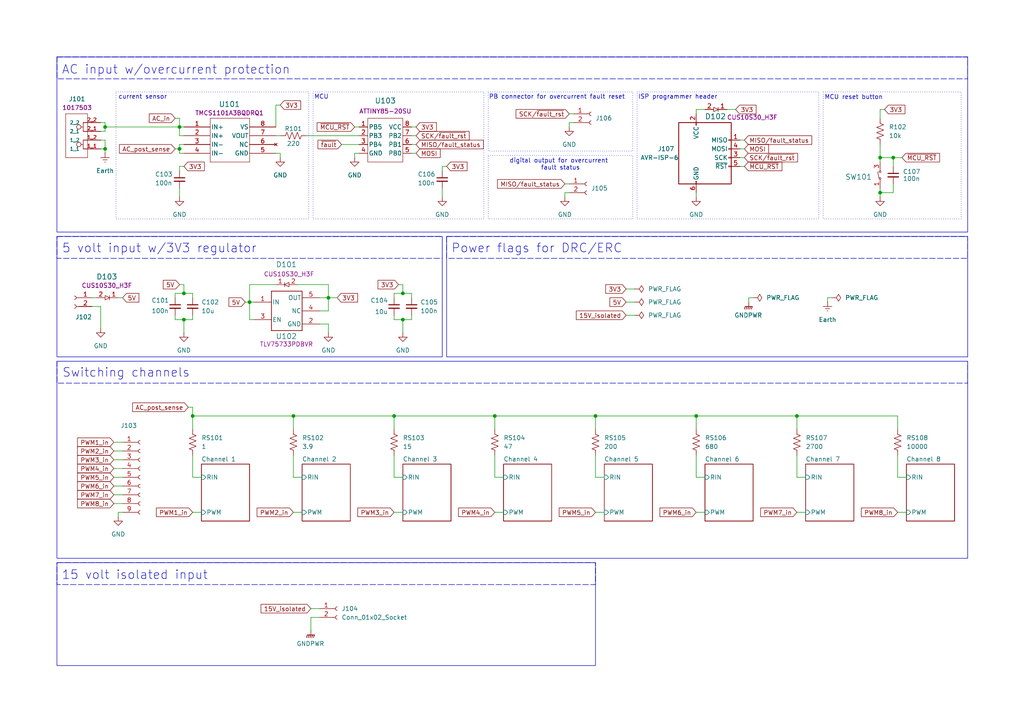
<source format=kicad_sch>
(kicad_sch (version 20231120) (generator "eeschema") (generator_version "8.0")
  (paper "A4")
  (title_block (title "Bidirectional Load Switch") (date "2024-10-29") (rev "0.2.0") (company "University of Wisconsin-Platteville") (comment 1 "Nicholas Loehrke"))
  (lib_symbols
    (symbol "Connector:Conn_01x02_Socket" (pin_names (offset 1.016) hide)
      (property "Reference" "J" (at 0 2.54 0))
      (property "Value" "Conn_01x02_Socket" (at 0 -5.08 0))
      (symbol "Conn_01x02_Socket_1_1"
        (arc (start 0 -2.032) (mid -0.5058 -2.54) (end 0 -3.048) (stroke (width 0.1524)))
        (polyline (pts (xy -1.27 -2.54) (xy -0.508 -2.54)) (stroke (width 0.1524)))
        (polyline (pts (xy -1.27 0) (xy -0.508 0)) (stroke (width 0.1524)))
        (arc (start 0 0.508) (mid -0.5058 0) (end 0 -0.508) (stroke (width 0.1524)))
        (pin passive line (at -5.08 0 0) (length 3.81) (name "Pin_1") (number "1"))
        (pin passive line (at -5.08 -2.54 0) (length 3.81) (name "Pin_2") (number "2"))
      )
    )
    (symbol "Connector:Conn_01x09_Socket" (pin_names (offset 1.016) hide)
      (property "Reference" "J" (at 0 12.7 0))
      (property "Value" "Conn_01x09_Socket" (at 0 -12.7 0))
      (symbol "Conn_01x09_Socket_1_1"
        (arc (start 0 -9.652) (mid -0.5058 -10.16) (end 0 -10.668) (stroke (width 0.1524)))
        (arc (start 0 -7.112) (mid -0.5058 -7.62) (end 0 -8.128) (stroke (width 0.1524)))
        (arc (start 0 -4.572) (mid -0.5058 -5.08) (end 0 -5.588) (stroke (width 0.1524)))
        (arc (start 0 -2.032) (mid -0.5058 -2.54) (end 0 -3.048) (stroke (width 0.1524)))
        (polyline (pts (xy -1.27 -10.16) (xy -0.508 -10.16)) (stroke (width 0.1524)))
        (polyline (pts (xy -1.27 -7.62) (xy -0.508 -7.62)) (stroke (width 0.1524)))
        (polyline (pts (xy -1.27 -5.08) (xy -0.508 -5.08)) (stroke (width 0.1524)))
        (polyline (pts (xy -1.27 -2.54) (xy -0.508 -2.54)) (stroke (width 0.1524)))
        (polyline (pts (xy -1.27 0) (xy -0.508 0)) (stroke (width 0.1524)))
        (polyline (pts (xy -1.27 2.54) (xy -0.508 2.54)) (stroke (width 0.1524)))
        (polyline (pts (xy -1.27 5.08) (xy -0.508 5.08)) (stroke (width 0.1524)))
        (polyline (pts (xy -1.27 7.62) (xy -0.508 7.62)) (stroke (width 0.1524)))
        (polyline (pts (xy -1.27 10.16) (xy -0.508 10.16)) (stroke (width 0.1524)))
        (arc (start 0 0.508) (mid -0.5058 0) (end 0 -0.508) (stroke (width 0.1524)))
        (arc (start 0 3.048) (mid -0.5058 2.54) (end 0 2.032) (stroke (width 0.1524)))
        (arc (start 0 5.588) (mid -0.5058 5.08) (end 0 4.572) (stroke (width 0.1524)))
        (arc (start 0 8.128) (mid -0.5058 7.62) (end 0 7.112) (stroke (width 0.1524)))
        (arc (start 0 10.668) (mid -0.5058 10.16) (end 0 9.652) (stroke (width 0.1524)))
        (pin passive line (at -5.08 10.16 0) (length 3.81) (name "Pin_1") (number "1"))
        (pin passive line (at -5.08 7.62 0) (length 3.81) (name "Pin_2") (number "2"))
        (pin passive line (at -5.08 5.08 0) (length 3.81) (name "Pin_3") (number "3"))
        (pin passive line (at -5.08 2.54 0) (length 3.81) (name "Pin_4") (number "4"))
        (pin passive line (at -5.08 0 0) (length 3.81) (name "Pin_5") (number "5"))
        (pin passive line (at -5.08 -2.54 0) (length 3.81) (name "Pin_6") (number "6"))
        (pin passive line (at -5.08 -5.08 0) (length 3.81) (name "Pin_7") (number "7"))
        (pin passive line (at -5.08 -7.62 0) (length 3.81) (name "Pin_8") (number "8"))
        (pin passive line (at -5.08 -10.16 0) (length 3.81) (name "Pin_9") (number "9"))
      )
    )
    (symbol "Device:C_Small" (pin_numbers hide) (pin_names (offset 0.254) hide)
      (property "Reference" "C" (at 0.254 1.778 0))
      (property "Value" "C_Small" (at 0.254 -2.032 0))
      (symbol "C_Small_0_1"
        (polyline (pts (xy -1.524 -0.508) (xy 1.524 -0.508)) (stroke (width 0.3302)))
        (polyline (pts (xy -1.524 0.508) (xy 1.524 0.508)) (stroke (width 0.3048)))
      )
      (symbol "C_Small_1_1"
        (pin passive line (at 0 2.54 270) (length 2.032) (name "~") (number "1"))
        (pin passive line (at 0 -2.54 90) (length 2.032) (name "~") (number "2"))
      )
    )
    (symbol "Device:R_US" (pin_numbers hide) (pin_names (offset 0))
      (property "Reference" "R" (at 2.54 0 90))
      (property "Value" "R_US" (at -2.54 0 90))
      (symbol "R_US_0_1"
        (polyline (pts (xy 0 -2.286) (xy 0 -2.54)))
        (polyline (pts (xy 0 2.286) (xy 0 2.54)))
        (polyline (pts (xy 0 -0.762) (xy 1.016 -1.143) (xy 0 -1.524) (xy -1.016 -1.905) (xy 0 -2.286)))
        (polyline (pts (xy 0 0.762) (xy 1.016 0.381) (xy 0 0) (xy -1.016 -0.381) (xy 0 -0.762)))
        (polyline (pts (xy 0 2.286) (xy 1.016 1.905) (xy 0 1.524) (xy -1.016 1.143) (xy 0 0.762)))
      )
      (symbol "R_US_1_1"
        (pin passive line (at 0 3.81 270) (length 1.27) (name "~") (number "1"))
        (pin passive line (at 0 -3.81 90) (length 1.27) (name "~") (number "2"))
      )
    )
    (symbol "current_sensor_TMCS1101A3BQDR:TMCS1101A3BQDR" (pin_names (offset 0.254))
      (property "Reference" "U" (at 13.208 7.112 0))
      (property "Value" "TMCS1101A3BQDR" (at 13.716 4.572 0))
      (symbol "TMCS1101A3BQDR_0_1"
        (polyline (pts (xy 7.62 -10.16) (xy 19.05 -10.16)) (stroke (width 0.127)))
        (polyline (pts (xy 7.62 2.54) (xy 7.62 -10.16)) (stroke (width 0.127)))
        (polyline (pts (xy 19.05 -10.16) (xy 19.05 2.54)) (stroke (width 0.127)))
        (polyline (pts (xy 19.05 2.54) (xy 7.62 2.54)) (stroke (width 0.127)))
        (pin input line (at 0 0 0) (length 7.62) (name "IN+") (number "1"))
        (pin input line (at 0 -2.54 0) (length 7.62) (name "IN+") (number "2"))
        (pin input line (at 0 -5.08 0) (length 7.62) (name "IN-") (number "3"))
        (pin input line (at 0 -7.62 0) (length 7.62) (name "IN-") (number "4"))
        (pin power_out line (at 26.67 -7.62 180) (length 7.62) (name "GND") (number "5"))
        (pin no_connect line (at 26.67 -5.08 180) (length 7.62) (name "NC") (number "6"))
        (pin output line (at 26.67 -2.54 180) (length 7.62) (name "VOUT") (number "7"))
        (pin power_in line (at 26.67 0 180) (length 7.62) (name "VS") (number "8"))
      )
    )
    (symbol "diode_CUS10S30_H3F:CUS10S30_H3F" (pin_names (offset 0.254))
      (property "Reference" "D" (at 5.08 5.588 0))
      (property "Value" "CUS10S30_H3F" (at 5.334 3.302 0))
      (symbol "CUS10S30_H3F_1_1"
        (polyline (pts (xy 3.81 0.635) (xy 3.81 -0.635)))
        (polyline (pts (xy 3.81 0) (xy 2.54 0.635) (xy 2.54 -0.635) (xy 3.81 0)))
        (pin unspecified line (at 6.35 0 180) (length 2.54) (name "") (number "1"))
        (pin unspecified line (at 0 0 0) (length 2.54) (name "") (number "2"))
      )
      (symbol "CUS10S30_H3F_1_2"
        (polyline (pts (xy -0.635 3.81) (xy 3.175 3.81)) (stroke (width 0.2032)))
        (polyline (pts (xy 1.27 2.54) (xy 1.27 3.4798)) (stroke (width 0.2032)))
        (polyline (pts (xy 1.27 3.175) (xy 1.27 3.81)) (stroke (width 0.2032)))
        (polyline (pts (xy 1.27 6.35) (xy -0.635 3.81)) (stroke (width 0.2032)))
        (polyline (pts (xy 1.27 6.35) (xy 1.27 7.62)) (stroke (width 0.2032)))
        (polyline (pts (xy 3.175 3.81) (xy 1.27 6.35)) (stroke (width 0.2032)))
        (polyline (pts (xy 3.175 6.35) (xy -0.635 6.35)) (stroke (width 0.2032)))
        (pin unspecified line (at 1.27 10.16 270) (length 2.54) (name "") (number "1"))
        (pin unspecified line (at 1.27 0 90) (length 2.54) (name "") (number "2"))
      )
    )
    (symbol "isp:AVR-ISP-6" (pin_names (offset 1.016))
      (property "Reference" "J" (at -6.35 11.43 0))
      (property "Value" "AVR-ISP-6" (at 0 11.43 0))
      (symbol "AVR-ISP-6_0_1"
        (rectangle (start -7.62 10.16) (end 7.62 -7.62) (stroke (width 0.254)))
        (rectangle (start -2.667 -6.858) (end -2.413 -7.62))
        (rectangle (start -2.667 10.16) (end -2.413 9.398))
        (rectangle (start 7.62 -2.413) (end 6.858 -2.667))
        (rectangle (start 7.62 0.127) (end 6.858 -0.127))
        (rectangle (start 7.62 2.667) (end 6.858 2.413))
        (rectangle (start 7.62 5.207) (end 6.858 4.953))
      )
      (symbol "AVR-ISP-6_1_1"
        (pin passive line (at 10.16 5.08 180) (length 2.54) (name "MISO") (number "1"))
        (pin passive line (at -2.54 12.7 270) (length 2.54) (name "VCC") (number "2"))
        (pin passive line (at 10.16 0 180) (length 2.54) (name "SCK") (number "3"))
        (pin passive line (at 10.16 2.54 180) (length 2.54) (name "MOSI") (number "4"))
        (pin passive line (at 10.16 -2.54 180) (length 2.54) (name "~{RST}") (number "5"))
        (pin passive line (at -2.54 -10.16 90) (length 2.54) (name "GND") (number "6"))
      )
    )
    (symbol "ldo_TLV75733PDBVR:TLV75733PDBVR" (pin_names (offset 0.254))
      (property "Reference" "U" (at 17.526 15.875 0))
      (property "Value" "TLV75733PDBVR" (at 1.27 13.589 0))
      (symbol "TLV75733PDBVR_0_1"
        (polyline (pts (xy 5.08 -3.175) (xy 13.97 -3.175)) (stroke (width 0.2032)))
        (polyline (pts (xy 5.08 8.255) (xy 5.08 -3.175)) (stroke (width 0.2032)))
        (polyline (pts (xy 13.97 -3.175) (xy 13.97 8.255)) (stroke (width 0.2032)))
        (polyline (pts (xy 13.97 8.255) (xy 5.08 8.255)) (stroke (width 0.2032)))
        (pin power_in line (at 0 5.08 0) (length 5.08) (name "IN") (number "1"))
        (pin power_in line (at 19.05 -1.27 180) (length 5.08) (name "GND") (number "2"))
        (pin input line (at 0 0 0) (length 5.08) (name "EN") (number "3"))
        (pin unspecified line (at 19.05 2.54 180) (length 5.08) (name "NC") (number "4"))
        (pin power_in line (at 19.05 6.35 180) (length 5.08) (name "OUT") (number "5"))
      )
    )
    (symbol "mcu_ATTINY85-20SU:ATTINY85-20SU" (pin_names (offset 0.254))
      (property "Reference" "U" (at 12.7 6.35 0))
      (property "Value" "ATTINY85-20SU" (at 12.7 3.81 0))
      (symbol "ATTINY85-20SU_0_1"
        (polyline (pts (xy 7.62 -10.16) (xy 17.78 -10.16)) (stroke (width 0.127)))
        (polyline (pts (xy 7.62 2.54) (xy 7.62 -10.16)) (stroke (width 0.127)))
        (polyline (pts (xy 17.78 -10.16) (xy 17.78 2.54)) (stroke (width 0.127)))
        (polyline (pts (xy 17.78 2.54) (xy 7.62 2.54)) (stroke (width 0.127)))
        (pin power_in line (at 5.08 -7.62 0) (length 2.54) (name "GND") (number "4"))
        (pin power_in line (at 20.32 0 180) (length 2.54) (name "VCC") (number "8"))
      )
      (symbol "ATTINY85-20SU_1_1"
        (pin bidirectional line (at 5.08 0 0) (length 2.54) (name "PB5") (number "1"))
        (pin bidirectional line (at 5.08 -2.54 0) (length 2.54) (name "PB3") (number "2"))
        (pin bidirectional line (at 5.08 -5.08 0) (length 2.54) (name "PB4") (number "3"))
        (pin bidirectional line (at 20.32 -7.62 180) (length 2.54) (name "PB0") (number "5"))
        (pin bidirectional line (at 20.32 -5.08 180) (length 2.54) (name "PB1") (number "6"))
        (pin bidirectional line (at 20.32 -2.54 180) (length 2.54) (name "PB2") (number "7"))
      )
    )
    (symbol "power:Earth" (power) (pin_numbers hide) (pin_names (offset 0) hide)
      (property "Value" "Earth" (at 0 -3.81 0))
      (symbol "Earth_0_1"
        (polyline (pts (xy -0.635 -1.905) (xy 0.635 -1.905)))
        (polyline (pts (xy -0.127 -2.54) (xy 0.127 -2.54)))
        (polyline (pts (xy 0 -1.27) (xy 0 0)))
        (polyline (pts (xy 1.27 -1.27) (xy -1.27 -1.27)))
      )
      (symbol "Earth_1_1"
        (pin power_in line (at 0 0 270) (length 0) (name "~") (number "1"))
      )
    )
    (symbol "power:GND" (power) (pin_numbers hide) (pin_names (offset 0) hide)
      (property "Value" "GND" (at 0 -3.81 0))
      (symbol "GND_0_1"
        (polyline (pts (xy 0 0) (xy 0 -1.27) (xy 1.27 -1.27) (xy 0 -2.54) (xy -1.27 -1.27) (xy 0 -1.27)))
      )
      (symbol "GND_1_1"
        (pin power_in line (at 0 0 270) (length 0) (name "~") (number "1"))
      )
    )
    (symbol "power:GNDPWR" (power) (pin_numbers hide) (pin_names (offset 0) hide)
      (property "Value" "GNDPWR" (at 0 -3.302 0))
      (symbol "GNDPWR_0_1"
        (polyline (pts (xy 0 -1.27) (xy 0 0)))
        (polyline (pts (xy -1.016 -1.27) (xy -1.27 -2.032) (xy -1.27 -2.032)) (stroke (width 0.2032)))
        (polyline (pts (xy -0.508 -1.27) (xy -0.762 -2.032) (xy -0.762 -2.032)) (stroke (width 0.2032)))
        (polyline (pts (xy 0 -1.27) (xy -0.254 -2.032) (xy -0.254 -2.032)) (stroke (width 0.2032)))
        (polyline (pts (xy 0.508 -1.27) (xy 0.254 -2.032) (xy 0.254 -2.032)) (stroke (width 0.2032)))
        (polyline (pts (xy 1.016 -1.27) (xy -1.016 -1.27) (xy -1.016 -1.27)) (stroke (width 0.2032)))
        (polyline (pts (xy 1.016 -1.27) (xy 0.762 -2.032) (xy 0.762 -2.032) (xy 0.762 -2.032)) (stroke (width 0.2032)))
      )
      (symbol "GNDPWR_1_1"
        (pin power_in line (at 0 0 270) (length 0) (name "~") (number "1"))
      )
    )
    (symbol "power:PWR_FLAG" (power) (pin_numbers hide) (pin_names (offset 0) hide)
      (property "Value" "PWR_FLAG" (at 0 3.81 0))
      (symbol "PWR_FLAG_0_0"
        (pin power_out line (at 0 0 90) (length 0) (name "~") (number "1"))
      )
      (symbol "PWR_FLAG_0_1"
        (polyline (pts (xy 0 0) (xy 0 1.27) (xy -1.016 1.905) (xy 0 2.54) (xy 1.016 1.905) (xy 0 1.27)))
      )
    )
    (symbol "spring_terminal_1017503:1017503" (pin_names (offset 1.016))
      (property "Reference" "J" (at -2.54 6.35 0))
      (property "Value" "1017503" (at -2.54 -10.16 0))
      (symbol "1017503_0_0"
        (circle (center -1.27 -3.81) (radius 0.635) (stroke (width 0.1524)))
        (circle (center -1.27 1.27) (radius 0.635) (stroke (width 0.1524)))
        (polyline (pts (xy -2.54 -3.81) (xy -1.905 -3.81)) (stroke (width 0.1524)))
        (polyline (pts (xy -2.54 -2.54) (xy -2.54 -5.08)) (stroke (width 0.1524)))
        (polyline (pts (xy -2.54 1.27) (xy -1.905 1.27)) (stroke (width 0.1524)))
        (polyline (pts (xy -2.54 2.54) (xy -2.54 0)) (stroke (width 0.1524)))
        (pin passive line (at -7.62 2.54 0) (length 5.08) (name "1_1") (number "1_1"))
        (pin passive line (at -7.62 0 0) (length 5.08) (name "1_2") (number "1_2"))
        (pin passive line (at -7.62 -2.54 0) (length 5.08) (name "2_1") (number "2_1"))
        (pin passive line (at -7.62 -5.08 0) (length 5.08) (name "2_2") (number "2_2"))
      )
      (symbol "1017503_0_1"
        (polyline (pts (xy -3.81 -7.62) (xy 2.54 -7.62)) (stroke (width 0.127)))
        (polyline (pts (xy -3.81 5.08) (xy -3.81 -7.62)) (stroke (width 0.127)))
        (polyline (pts (xy 2.54 -7.62) (xy 2.54 5.08)) (stroke (width 0.127)))
        (polyline (pts (xy 2.54 5.08) (xy -3.81 5.08)) (stroke (width 0.127)))
      )
    )
    (symbol "switch_PTS526_SK15_SMTR2_LFS:PTS526_SK15_SMTR2_LFS" (pin_names (offset 0.254))
      (property "Reference" "SW" (at 3.556 3.048 0))
      (symbol "PTS526_SK15_SMTR2_LFS_0_1"
        (polyline (pts (xy 2.8564 0.3033) (xy 4.7831 0.6988)))
        (circle (center 2.8557 0.0192) (radius 0.2602))
        (circle (center 4.8086 0.0098) (radius 0.2602))
      )
      (symbol "PTS526_SK15_SMTR2_LFS_1_1"
        (pin unspecified line (at 0 0 0) (length 2.54) (name "") (number "1"))
        (pin unspecified line (at 0 0 0) (length 2.54) hide (name "") (number "2"))
        (pin unspecified line (at 7.62 0 180) (length 2.54) (name "") (number "3"))
        (pin unspecified line (at 7.62 0 180) (length 2.54) hide (name "") (number "4"))
      )
    )
  )
  (junction (at 55.88 120.65))
  (junction (at 255.27 45.72))
  (junction (at 30.48 36.83))
  (junction (at 53.34 92.71))
  (junction (at 259.08 45.72))
  (junction (at 53.34 85.09))
  (junction (at 95.25 86.36))
  (junction (at 172.72 120.65))
  (junction (at 30.48 43.18))
  (junction (at 143.51 120.65))
  (junction (at 116.84 85.09))
  (junction (at 116.84 92.71))
  (junction (at 52.07 36.83))
  (junction (at 52.07 43.18))
  (junction (at 255.27 55.88))
  (junction (at 231.14 120.65))
  (junction (at 85.09 120.65))
  (junction (at 201.93 120.65))
  (junction (at 114.3 120.65))
  (junction (at 72.39 87.63))
  (wire (pts (xy 102.87 44.45) (xy 102.87 45.72)))
  (wire (pts (xy 259.08 48.26) (xy 259.08 45.72)))
  (wire (pts (xy 53.34 48.26) (xy 52.07 48.26)))
  (wire (pts (xy 255.27 55.88) (xy 255.27 54.61)))
  (wire (pts (xy 50.8 85.09) (xy 53.34 85.09)))
  (wire (pts (xy 30.48 36.83) (xy 52.07 36.83)))
  (wire (pts (xy 146.05 148.59) (xy 143.51 148.59)))
  (wire (pts (xy 181.61 91.44) (xy 184.15 91.44)))
  (wire (pts (xy 34.29 148.59) (xy 34.29 149.86)))
  (wire (pts (xy 116.84 85.09) (xy 119.38 85.09)))
  (wire (pts (xy 114.3 138.43) (xy 114.3 132.08)))
  (wire (pts (xy 35.56 86.36) (xy 34.29 86.36)))
  (wire (pts (xy 52.07 34.29) (xy 52.07 36.83)))
  (wire (pts (xy 116.84 148.59) (xy 114.3 148.59)))
  (wire (pts (xy 29.21 38.1) (xy 30.48 38.1)))
  (wire (pts (xy 116.84 92.71) (xy 116.84 96.52)))
  (wire (pts (xy 33.02 138.43) (xy 35.56 138.43)))
  (wire (pts (xy 204.47 148.59) (xy 201.93 148.59)))
  (wire (pts (xy 255.27 45.72) (xy 255.27 46.99)))
  (wire (pts (xy 231.14 138.43) (xy 231.14 132.08)))
  (wire (pts (xy 55.88 92.71) (xy 55.88 91.44)))
  (wire (pts (xy 119.38 92.71) (xy 116.84 92.71)))
  (wire (pts (xy 80.01 30.48) (xy 80.01 36.83)))
  (wire (pts (xy 81.28 44.45) (xy 81.28 45.72)))
  (wire (pts (xy 52.07 44.45) (xy 53.34 44.45)))
  (wire (pts (xy 72.39 87.63) (xy 72.39 92.71)))
  (wire (pts (xy 260.35 120.65) (xy 260.35 124.46)))
  (wire (pts (xy 165.1 35.56) (xy 165.1 36.83)))
  (wire (pts (xy 50.8 92.71) (xy 50.8 91.44)))
  (wire (pts (xy 53.34 41.91) (xy 52.07 41.91)))
  (wire (pts (xy 95.25 82.55) (xy 95.25 86.36)))
  (wire (pts (xy 210.82 31.75) (xy 213.36 31.75)))
  (wire (pts (xy 119.38 85.09) (xy 119.38 86.36)))
  (wire (pts (xy 55.88 85.09) (xy 55.88 86.36)))
  (wire (pts (xy 71.12 87.63) (xy 72.39 87.63)))
  (wire (pts (xy 256.54 31.75) (xy 255.27 31.75)))
  (wire (pts (xy 166.37 35.56) (xy 165.1 35.56)))
  (wire (pts (xy 29.21 40.64) (xy 30.48 40.64)))
  (wire (pts (xy 95.25 93.98) (xy 92.71 93.98)))
  (wire (pts (xy 99.06 41.91) (xy 104.14 41.91)))
  (wire (pts (xy 143.51 138.43) (xy 143.51 132.08)))
  (wire (pts (xy 92.71 179.07) (xy 90.17 179.07)))
  (wire (pts (xy 90.17 179.07) (xy 90.17 182.88)))
  (wire (pts (xy 165.1 33.02) (xy 166.37 33.02)))
  (wire (pts (xy 102.87 36.83) (xy 104.14 36.83)))
  (wire (pts (xy 114.3 120.65) (xy 114.3 124.46)))
  (wire (pts (xy 29.21 43.18) (xy 30.48 43.18)))
  (wire (pts (xy 50.8 92.71) (xy 53.34 92.71)))
  (wire (pts (xy 201.93 31.75) (xy 201.93 33.02)))
  (wire (pts (xy 85.09 148.59) (xy 87.63 148.59)))
  (wire (pts (xy 80.01 82.55) (xy 72.39 82.55)))
  (wire (pts (xy 201.93 120.65) (xy 201.93 124.46)))
  (wire (pts (xy 240.03 86.36) (xy 240.03 87.63)))
  (wire (pts (xy 30.48 40.64) (xy 30.48 43.18)))
  (wire (pts (xy 114.3 86.36) (xy 114.3 85.09)))
  (wire (pts (xy 92.71 86.36) (xy 95.25 86.36)))
  (wire (pts (xy 95.25 86.36) (xy 97.79 86.36)))
  (wire (pts (xy 201.93 31.75) (xy 204.47 31.75)))
  (wire (pts (xy 241.3 86.36) (xy 240.03 86.36)))
  (wire (pts (xy 204.47 138.43) (xy 201.93 138.43)))
  (wire (pts (xy 218.44 86.36) (xy 217.17 86.36)))
  (wire (pts (xy 128.27 48.26) (xy 128.27 49.53)))
  (wire (pts (xy 114.3 92.71) (xy 114.3 91.44)))
  (wire (pts (xy 30.48 43.18) (xy 30.48 44.45)))
  (wire (pts (xy 29.21 35.56) (xy 30.48 35.56)))
  (wire (pts (xy 95.25 90.17) (xy 95.25 86.36)))
  (wire (pts (xy 29.21 88.9) (xy 26.67 88.9)))
  (wire (pts (xy 52.07 82.55) (xy 53.34 82.55)))
  (wire (pts (xy 119.38 41.91) (xy 120.65 41.91)))
  (wire (pts (xy 104.14 44.45) (xy 102.87 44.45)))
  (wire (pts (xy 86.36 82.55) (xy 95.25 82.55)))
  (wire (pts (xy 172.72 138.43) (xy 172.72 132.08)))
  (wire (pts (xy 214.63 40.64) (xy 215.9 40.64)))
  (wire (pts (xy 255.27 55.88) (xy 255.27 57.15)))
  (wire (pts (xy 52.07 39.37) (xy 53.34 39.37)))
  (wire (pts (xy 119.38 44.45) (xy 120.65 44.45)))
  (wire (pts (xy 119.38 91.44) (xy 119.38 92.71)))
  (wire (pts (xy 165.1 55.88) (xy 163.83 55.88)))
  (wire (pts (xy 163.83 53.34) (xy 165.1 53.34)))
  (wire (pts (xy 262.89 148.59) (xy 260.35 148.59)))
  (wire (pts (xy 53.34 92.71) (xy 53.34 96.52)))
  (wire (pts (xy 80.01 44.45) (xy 81.28 44.45)))
  (wire (pts (xy 119.38 36.83) (xy 120.65 36.83)))
  (wire (pts (xy 231.14 120.65) (xy 260.35 120.65)))
  (wire (pts (xy 50.8 86.36) (xy 50.8 85.09)))
  (wire (pts (xy 95.25 96.52) (xy 95.25 93.98)))
  (wire (pts (xy 175.26 138.43) (xy 172.72 138.43)))
  (wire (pts (xy 172.72 120.65) (xy 201.93 120.65)))
  (wire (pts (xy 35.56 148.59) (xy 34.29 148.59)))
  (wire (pts (xy 52.07 48.26) (xy 52.07 49.53)))
  (wire (pts (xy 128.27 54.61) (xy 128.27 57.15)))
  (wire (pts (xy 116.84 82.55) (xy 116.84 85.09)))
  (wire (pts (xy 217.17 86.36) (xy 217.17 87.63)))
  (wire (pts (xy 255.27 41.91) (xy 255.27 45.72)))
  (wire (pts (xy 260.35 138.43) (xy 260.35 132.08)))
  (wire (pts (xy 146.05 138.43) (xy 143.51 138.43)))
  (wire (pts (xy 33.02 130.81) (xy 35.56 130.81)))
  (wire (pts (xy 55.88 120.65) (xy 85.09 120.65)))
  (wire (pts (xy 201.93 120.65) (xy 231.14 120.65)))
  (wire (pts (xy 116.84 92.71) (xy 114.3 92.71)))
  (wire (pts (xy 72.39 82.55) (xy 72.39 87.63)))
  (wire (pts (xy 114.3 120.65) (xy 143.51 120.65)))
  (wire (pts (xy 52.07 54.61) (xy 52.07 57.15)))
  (wire (pts (xy 54.61 118.11) (xy 55.88 118.11)))
  (wire (pts (xy 87.63 138.43) (xy 85.09 138.43)))
  (wire (pts (xy 259.08 53.34) (xy 259.08 55.88)))
  (wire (pts (xy 88.9 39.37) (xy 104.14 39.37)))
  (wire (pts (xy 201.93 138.43) (xy 201.93 132.08)))
  (wire (pts (xy 214.63 48.26) (xy 215.9 48.26)))
  (wire (pts (xy 55.88 120.65) (xy 55.88 124.46)))
  (wire (pts (xy 80.01 39.37) (xy 81.28 39.37)))
  (wire (pts (xy 50.8 34.29) (xy 52.07 34.29)))
  (wire (pts (xy 33.02 133.35) (xy 35.56 133.35)))
  (wire (pts (xy 115.57 82.55) (xy 116.84 82.55)))
  (wire (pts (xy 233.68 138.43) (xy 231.14 138.43)))
  (wire (pts (xy 55.88 138.43) (xy 55.88 132.08)))
  (wire (pts (xy 172.72 120.65) (xy 172.72 124.46)))
  (wire (pts (xy 73.66 92.71) (xy 72.39 92.71)))
  (wire (pts (xy 53.34 92.71) (xy 55.88 92.71)))
  (wire (pts (xy 163.83 55.88) (xy 163.83 57.15)))
  (wire (pts (xy 50.8 43.18) (xy 52.07 43.18)))
  (wire (pts (xy 58.42 138.43) (xy 55.88 138.43)))
  (wire (pts (xy 53.34 82.55) (xy 53.34 85.09)))
  (wire (pts (xy 114.3 85.09) (xy 116.84 85.09)))
  (wire (pts (xy 255.27 45.72) (xy 259.08 45.72)))
  (wire (pts (xy 85.09 120.65) (xy 114.3 120.65)))
  (wire (pts (xy 255.27 55.88) (xy 259.08 55.88)))
  (wire (pts (xy 27.94 86.36) (xy 26.67 86.36)))
  (wire (pts (xy 231.14 120.65) (xy 231.14 124.46)))
  (wire (pts (xy 52.07 36.83) (xy 52.07 39.37)))
  (wire (pts (xy 201.93 55.88) (xy 201.93 57.15)))
  (wire (pts (xy 33.02 128.27) (xy 35.56 128.27)))
  (wire (pts (xy 29.21 95.25) (xy 29.21 88.9)))
  (wire (pts (xy 181.61 83.82) (xy 184.15 83.82)))
  (wire (pts (xy 53.34 36.83) (xy 52.07 36.83)))
  (wire (pts (xy 119.38 39.37) (xy 120.65 39.37)))
  (wire (pts (xy 255.27 31.75) (xy 255.27 34.29)))
  (wire (pts (xy 33.02 146.05) (xy 35.56 146.05)))
  (wire (pts (xy 80.01 30.48) (xy 81.28 30.48)))
  (wire (pts (xy 55.88 148.59) (xy 58.42 148.59)))
  (wire (pts (xy 72.39 87.63) (xy 73.66 87.63)))
  (wire (pts (xy 233.68 148.59) (xy 231.14 148.59)))
  (wire (pts (xy 214.63 43.18) (xy 215.9 43.18)))
  (wire (pts (xy 30.48 35.56) (xy 30.48 36.83)))
  (wire (pts (xy 30.48 36.83) (xy 30.48 38.1)))
  (wire (pts (xy 181.61 87.63) (xy 184.15 87.63)))
  (wire (pts (xy 52.07 41.91) (xy 52.07 43.18)))
  (wire (pts (xy 53.34 85.09) (xy 55.88 85.09)))
  (wire (pts (xy 175.26 148.59) (xy 172.72 148.59)))
  (wire (pts (xy 90.17 176.53) (xy 92.71 176.53)))
  (wire (pts (xy 85.09 138.43) (xy 85.09 132.08)))
  (wire (pts (xy 33.02 135.89) (xy 35.56 135.89)))
  (wire (pts (xy 55.88 118.11) (xy 55.88 120.65)))
  (wire (pts (xy 143.51 120.65) (xy 172.72 120.65)))
  (wire (pts (xy 85.09 120.65) (xy 85.09 124.46)))
  (wire (pts (xy 92.71 90.17) (xy 95.25 90.17)))
  (wire (pts (xy 259.08 45.72) (xy 261.62 45.72)))
  (wire (pts (xy 116.84 138.43) (xy 114.3 138.43)))
  (wire (pts (xy 214.63 45.72) (xy 215.9 45.72)))
  (wire (pts (xy 33.02 140.97) (xy 35.56 140.97)))
  (wire (pts (xy 129.54 48.26) (xy 128.27 48.26)))
  (wire (pts (xy 52.07 43.18) (xy 52.07 44.45)))
  (wire (pts (xy 262.89 138.43) (xy 260.35 138.43)))
  (wire (pts (xy 33.02 143.51) (xy 35.56 143.51)))
  (wire (pts (xy 143.51 120.65) (xy 143.51 124.46)))
  (rectangle (start 141.605 45.085) (end 183.515 63.5) (stroke (width 0) (type dot)))
  (rectangle (start 238.76 26.67) (end 278.765 63.5) (stroke (width 0) (type dot)))
  (rectangle (start 141.605 26.67) (end 183.515 43.815) (stroke (width 0) (type dot)))
  (rectangle (start 16.51 68.58) (end 128.27 103.505))
  (rectangle (start 90.805 26.67) (end 140.335 63.5) (stroke (width 0) (type dot)))
  (rectangle (start 129.54 68.58) (end 280.67 74.93) (stroke (width 0) (type dash)))
  (rectangle (start 16.51 16.51) (end 280.67 67.31))
  (rectangle (start 16.51 163.1978) (end 172.72 169.5478) (stroke (width 0) (type dash)))
  (rectangle (start 16.51 163.195) (end 172.72 193.04))
  (rectangle (start 16.51 104.7778) (end 280.67 111.1278) (stroke (width 0) (type dash)))
  (rectangle (start 129.54 68.58) (end 280.67 103.505))
  (rectangle (start 33.655 26.67) (end 89.535 63.5) (stroke (width 0) (type dot)))
  (rectangle (start 16.51 104.775) (end 280.67 161.925))
  (rectangle (start 16.5287 16.5128) (end 280.67 22.8628) (stroke (width 0) (type dash)))
  (rectangle (start 16.51 68.58) (end 128.27 74.93) (stroke (width 0) (type dash)))
  (rectangle (start 184.785 26.67) (end 237.49 63.5) (stroke (width 0) (type dot)))
  (text "digital output for overcurrent \nfault status" (at 162.56 47.752 0) (effects (font (size 1.27 1.27))))
  (text "PB connector for overcurrent fault reset" (at 161.544 28.194 0) (effects (font (size 1.27 1.27))))
  (text "Power flags for DRC/ERC" (at 155.702 72.136 0) (effects (font (size 2.54 2.54))))
  (text "MCU" (at 93.218 28.194 0) (effects (font (size 1.27 1.27))))
  (text "Switching channels" (at 36.576 108.204 0) (effects (font (size 2.54 2.54))))
  (text "15 volt isolated input" (at 39.116 166.878 0) (effects (font (size 2.54 2.54))))
  (text "ISP programmer header" (at 196.596 28.194 0) (effects (font (size 1.27 1.27))))
  (text "MCU reset button" (at 247.6076 28.295 0) (effects (font (size 1.27 1.27))))
  (text "AC input w/overcurrent protection" (at 51.054 20.32 0) (effects (font (size 2.54 2.54))))
  (text "current sensor" (at 41.402 28.194 0) (effects (font (size 1.27 1.27))))
  (text "5 volt input w/3V3 regulator" (at 46.228 72.136 0) (effects (font (size 2.54 2.54))))
  (global_label "PWM1_in" (shape input) (at 55.88 148.59 180) (property "Intersheetrefs" "${INTERSHEET_REFS}" (effects (hide yes))))
  (global_label "PWM5_in" (shape input) (at 33.02 138.43 180) (property "Intersheetrefs" "${INTERSHEET_REFS}" (effects (hide yes))))
  (global_label "PWM6_in" (shape input) (at 33.02 140.97 180) (property "Intersheetrefs" "${INTERSHEET_REFS}" (effects (hide yes))))
  (global_label "3V3" (shape input) (at 97.79 86.36 0) (property "Intersheetrefs" "${INTERSHEET_REFS}" (effects (hide yes))))
  (global_label "AC_post_sense" (shape input) (at 54.61 118.11 180) (property "Intersheetrefs" "${INTERSHEET_REFS}" (effects (hide yes))))
  (global_label "PWM8_in" (shape input) (at 260.35 148.59 180) (property "Intersheetrefs" "${INTERSHEET_REFS}" (effects (hide yes))))
  (global_label "~{fault}" (shape input) (at 99.06 41.91 180) (property "Intersheetrefs" "${INTERSHEET_REFS}" (effects (hide yes))))
  (global_label "PWM4_in" (shape input) (at 143.51 148.59 180) (property "Intersheetrefs" "${INTERSHEET_REFS}" (effects (hide yes))))
  (global_label "3V3" (shape input) (at 120.65 36.83 0) (property "Intersheetrefs" "${INTERSHEET_REFS}" (effects (hide yes))))
  (global_label "3V3" (shape input) (at 213.36 31.75 0) (property "Intersheetrefs" "${INTERSHEET_REFS}" (effects (hide yes))))
  (global_label "MOSI" (shape input) (at 120.65 44.45 0) (property "Intersheetrefs" "${INTERSHEET_REFS}" (effects (hide yes))))
  (global_label "PWM3_in" (shape input) (at 33.02 133.35 180) (property "Intersheetrefs" "${INTERSHEET_REFS}" (effects (hide yes))))
  (global_label "PWM1_in" (shape input) (at 33.02 128.27 180) (property "Intersheetrefs" "${INTERSHEET_REFS}" (effects (hide yes))))
  (global_label "5V" (shape input) (at 71.12 87.63 180) (property "Intersheetrefs" "${INTERSHEET_REFS}" (effects (hide yes))))
  (global_label "3V3" (shape input) (at 181.61 83.82 180) (property "Intersheetrefs" "${INTERSHEET_REFS}" (effects (hide yes))))
  (global_label "3V3" (shape input) (at 129.54 48.26 0) (property "Intersheetrefs" "${INTERSHEET_REFS}" (effects (hide yes))))
  (global_label "AC_post_sense" (shape input) (at 50.8 43.18 180) (property "Intersheetrefs" "${INTERSHEET_REFS}" (effects (hide yes))))
  (global_label "PWM4_in" (shape input) (at 33.02 135.89 180) (property "Intersheetrefs" "${INTERSHEET_REFS}" (effects (hide yes))))
  (global_label "MISO{slash}fault_status" (shape input) (at 215.9 40.64 0) (property "Intersheetrefs" "${INTERSHEET_REFS}" (effects (hide yes))))
  (global_label "PWM6_in" (shape input) (at 201.93 148.59 180) (property "Intersheetrefs" "${INTERSHEET_REFS}" (effects (hide yes))))
  (global_label "AC_in" (shape input) (at 50.8 34.29 180) (property "Intersheetrefs" "${INTERSHEET_REFS}" (effects (hide yes))))
  (global_label "3V3" (shape input) (at 115.57 82.55 180) (property "Intersheetrefs" "${INTERSHEET_REFS}" (effects (hide yes))))
  (global_label "PWM5_in" (shape input) (at 172.72 148.59 180) (property "Intersheetrefs" "${INTERSHEET_REFS}" (effects (hide yes))))
  (global_label "MOSI" (shape input) (at 215.9 43.18 0) (property "Intersheetrefs" "${INTERSHEET_REFS}" (effects (hide yes))))
  (global_label "SCK{slash}~{fault_rst}" (shape input) (at 120.65 39.37 0) (property "Intersheetrefs" "${INTERSHEET_REFS}" (effects (hide yes))))
  (global_label "5V" (shape input) (at 181.61 87.63 180) (property "Intersheetrefs" "${INTERSHEET_REFS}" (effects (hide yes))))
  (global_label "3V3" (shape input) (at 53.34 48.26 0) (property "Intersheetrefs" "${INTERSHEET_REFS}" (effects (hide yes))))
  (global_label "SCK{slash}~{fault_rst}" (shape input) (at 215.9 45.72 0) (property "Intersheetrefs" "${INTERSHEET_REFS}" (effects (hide yes))))
  (global_label "15V_isolated" (shape input) (at 90.17 176.53 180) (property "Intersheetrefs" "${INTERSHEET_REFS}" (effects (hide yes))))
  (global_label "3V3" (shape input) (at 81.28 30.48 0) (property "Intersheetrefs" "${INTERSHEET_REFS}" (effects (hide yes))))
  (global_label "~{MCU_RST}" (shape input) (at 215.9 48.26 0) (property "Intersheetrefs" "${INTERSHEET_REFS}" (effects (hide yes))))
  (global_label "15V_isolated" (shape input) (at 181.61 91.44 180) (property "Intersheetrefs" "${INTERSHEET_REFS}" (effects (hide yes))))
  (global_label "SCK{slash}~{fault_rst}" (shape input) (at 165.1 33.02 180) (property "Intersheetrefs" "${INTERSHEET_REFS}" (effects (hide yes))))
  (global_label "~{MCU_RST}" (shape input) (at 102.87 36.83 180) (property "Intersheetrefs" "${INTERSHEET_REFS}" (effects (hide yes))))
  (global_label "~{MCU_RST}" (shape input) (at 261.62 45.72 0) (property "Intersheetrefs" "${INTERSHEET_REFS}" (effects (hide yes))))
  (global_label "3V3" (shape input) (at 256.54 31.75 0) (property "Intersheetrefs" "${INTERSHEET_REFS}" (effects (hide yes))))
  (global_label "MISO{slash}fault_status" (shape input) (at 120.65 41.91 0) (property "Intersheetrefs" "${INTERSHEET_REFS}" (effects (hide yes))))
  (global_label "PWM8_in" (shape input) (at 33.02 146.05 180) (property "Intersheetrefs" "${INTERSHEET_REFS}" (effects (hide yes))))
  (global_label "PWM2_in" (shape input) (at 85.09 148.59 180) (property "Intersheetrefs" "${INTERSHEET_REFS}" (effects (hide yes))))
  (global_label "PWM3_in" (shape input) (at 114.3 148.59 180) (property "Intersheetrefs" "${INTERSHEET_REFS}" (effects (hide yes))))
  (global_label "PWM7_in" (shape input) (at 33.02 143.51 180) (property "Intersheetrefs" "${INTERSHEET_REFS}" (effects (hide yes))))
  (global_label "MISO{slash}fault_status" (shape input) (at 163.83 53.34 180) (property "Intersheetrefs" "${INTERSHEET_REFS}" (effects (hide yes))))
  (global_label "PWM7_in" (shape input) (at 231.14 148.59 180) (property "Intersheetrefs" "${INTERSHEET_REFS}" (effects (hide yes))))
  (global_label "PWM2_in" (shape input) (at 33.02 130.81 180) (property "Intersheetrefs" "${INTERSHEET_REFS}" (effects (hide yes))))
  (global_label "5V" (shape input) (at 52.07 82.55 180) (property "Intersheetrefs" "${INTERSHEET_REFS}" (effects (hide yes))))
  (global_label "5V" (shape input) (at 35.56 86.36 0) (property "Intersheetrefs" "${INTERSHEET_REFS}" (effects (hide yes))))
  (symbol (lib_id "power:GNDPWR") (at 90.17 182.88 0) (unit 1)
    (property "Reference" "#PWR0108" (effects (hide yes)))
    (property "Value" "GNDPWR" (at 90.043 186.69 0))
    (property "Description" "Power symbol creates a global label with name \"GNDPWR\" , global ground" (effects (hide yes)))
  )
  (symbol (lib_id "Device:C_Small") (at 114.3 88.9 0) (unit 1)
    (property "Reference" "C104" (at 107.442 87.122 0) (effects (justify left)))
    (property "Value" "10u" (at 108.712 90.424 0) (effects (justify left)))
    (property "Footprint" "Capacitor_SMD:C_1206_3216Metric" (effects (hide yes)))
    (property "Description" "Unpolarized capacitor, small symbol" (effects (hide yes)))
  )
  (symbol (lib_id "diode_CUS10S30_H3F:CUS10S30_H3F") (at 204.47 31.75 0) (unit 1)
    (property "Reference" "D102" (at 207.518 33.782 0) (effects (font (size 1.524 1.524))))
    (property "Footprint" "diode_CUS10S30_H3F:USC_TOS" (effects (hide yes)))
    (property "Datasheet" "https://toshiba.semicon-storage.com/info/CUS10S30_datasheet_en_20140407.pdf?did=14077&prodName=CUS10S30" (effects (hide yes)))
    (property "MPN" "CUS10S30_H3F" (at 218.186 34.036 0))
  )
  (symbol (lib_id "power:GND") (at 34.29 149.86 0) (unit 1)
    (property "Reference" "#PWR0103" (effects (hide yes)))
    (property "Value" "GND" (at 34.29 154.94 0))
    (property "Description" "Power symbol creates a global label with name \"GND\" , ground" (effects (hide yes)))
  )
  (symbol (lib_id "Device:R_US") (at 85.09 39.37 90) (unit 1)
    (property "Reference" "R101" (at 85.09 37.338 90))
    (property "Value" "220" (at 85.09 41.656 90))
    (property "Footprint" "Resistor_SMD:R_0603_1608Metric" (effects (hide yes)))
    (property "Description" "Resistor, US symbol" (effects (hide yes)))
  )
  (symbol (lib_id "Connector:Conn_01x02_Socket") (at 21.59 86.36 0) (mirror y) (unit 1)
    (property "Reference" "J102" (at 26.67 91.948 0) (effects (justify left)))
    (property "Value" "Conn_01x02_Socket" (effects (hide yes)))
    (property "Footprint" "Connector_PinHeader_2.54mm:PinHeader_1x02_P2.54mm_Vertical" (effects (hide yes)))
    (property "Description" "Generic connector, single row, 01x02, script generated" (effects (hide yes)))
  )
  (symbol (lib_id "Device:R_US") (at 114.3 128.27 0) (unit 1)
    (property "Reference" "RS103" (at 116.84 126.9999 0) (effects (justify left)))
    (property "Value" "15" (at 116.84 129.5399 0) (effects (justify left)))
    (property "Footprint" "Resistor_SMD:R_2512_6332Metric" (effects (hide yes)))
    (property "Description" "Resistor, US symbol" (effects (hide yes)))
  )
  (symbol (lib_id "Connector:Conn_01x02_Socket") (at 170.18 53.34 0) (unit 1)
    (property "Reference" "J105" (at 171.45 54.6099 0) (effects (justify left)))
    (property "Value" "Conn_01x02_Socket" (effects (hide yes)))
    (property "Footprint" "Connector_PinHeader_2.54mm:PinHeader_1x02_P2.54mm_Vertical" (effects (hide yes)))
    (property "Description" "Generic connector, single row, 01x02, script generated" (effects (hide yes)))
  )
  (symbol (lib_id "Device:R_US") (at 260.35 128.27 0) (unit 1)
    (property "Reference" "RS108" (at 262.89 126.9999 0) (effects (justify left)))
    (property "Value" "10000" (at 262.89 129.5399 0) (effects (justify left)))
    (property "Footprint" "Resistor_SMD:R_2512_6332Metric" (effects (hide yes)))
    (property "Description" "Resistor, US symbol" (effects (hide yes)))
  )
  (symbol (lib_id "power:GND") (at 81.28 45.72 0) (unit 1)
    (property "Reference" "#PWR0106" (effects (hide yes)))
    (property "Value" "GND" (at 81.28 50.8 0))
    (property "Description" "Power symbol creates a global label with name \"GND\" , ground" (effects (hide yes)))
  )
  (symbol (lib_id "power:PWR_FLAG") (at 184.15 83.82 270) (unit 1)
    (property "Reference" "#FLG0101" (effects (hide yes)))
    (property "Value" "PWR_FLAG" (at 187.96 83.8199 90) (effects (justify left)))
    (property "Description" "Special symbol for telling ERC where power comes from" (effects (hide yes)))
  )
  (symbol (lib_id "power:GND") (at 128.27 57.15 0) (unit 1)
    (property "Reference" "#PWR0111" (effects (hide yes)))
    (property "Value" "GND" (at 128.27 62.23 0))
    (property "Description" "Power symbol creates a global label with name \"GND\" , ground" (effects (hide yes)))
  )
  (symbol (lib_id "Device:C_Small") (at 119.38 88.9 0) (unit 1)
    (property "Reference" "C105" (at 121.92 87.6362 0) (effects (justify left)))
    (property "Value" "100n" (at 121.92 90.1762 0) (effects (justify left)))
    (property "Footprint" "Capacitor_SMD:C_0603_1608Metric" (effects (hide yes)))
    (property "Description" "Unpolarized capacitor, small symbol" (effects (hide yes)))
  )
  (symbol (lib_id "ldo_TLV75733PDBVR:TLV75733PDBVR") (at 73.66 92.71 0) (unit 1)
    (property "Reference" "U102" (at 83.058 97.536 0) (effects (font (size 1.524 1.524))))
    (property "Footprint" "ldo_TLV75733PDBVR:DBV0005A_L" (effects (hide yes)))
    (property "Datasheet" "https://www.ti.com/general/docs/suppproductinfo.tsp?distId=10&gotoUrl=https%3A%2F%2Fwww.ti.com%2Flit%2Fgpn%2Ftlv757p" (effects (hide yes)))
    (property "MPN" "TLV75733PDBVR" (at 83.058 99.822 0))
  )
  (symbol (lib_id "power:GND") (at 29.21 95.25 0) (mirror y) (unit 1)
    (property "Reference" "#PWR0101" (effects (hide yes)))
    (property "Value" "GND" (at 29.21 100.33 0))
    (property "Description" "Power symbol creates a global label with name \"GND\" , ground" (effects (hide yes)))
  )
  (symbol (lib_id "power:GND") (at 163.83 57.15 0) (unit 1)
    (property "Reference" "#PWR0112" (effects (hide yes)))
    (property "Value" "GND" (at 163.83 62.23 0))
    (property "Description" "Power symbol creates a global label with name \"GND\" , ground" (effects (hide yes)))
  )
  (symbol (lib_id "Connector:Conn_01x02_Socket") (at 97.79 176.53 0) (unit 1)
    (property "Reference" "J104" (at 99.06 176.5299 0) (effects (justify left)))
    (property "Value" "Conn_01x02_Socket" (at 99.06 179.0699 0) (effects (justify left)))
    (property "Footprint" "Connector_PinHeader_2.54mm:PinHeader_1x02_P2.54mm_Vertical" (effects (hide yes)))
    (property "Description" "Generic connector, single row, 01x02, script generated" (effects (hide yes)))
  )
  (symbol (lib_id "Device:C_Small") (at 52.07 52.07 0) (unit 1)
    (property "Reference" "C103" (at 44.958 50.546 0) (effects (justify left)))
    (property "Value" "100n" (at 44.958 53.086 0) (effects (justify left)))
    (property "Footprint" "Capacitor_SMD:C_0603_1608Metric" (effects (hide yes)))
    (property "Description" "Unpolarized capacitor, small symbol" (effects (hide yes)))
  )
  (symbol (lib_id "power:PWR_FLAG") (at 218.44 86.36 270) (unit 1)
    (property "Reference" "#FLG0104" (effects (hide yes)))
    (property "Value" "PWR_FLAG" (at 222.25 86.3599 90) (effects (justify left)))
    (property "Description" "Special symbol for telling ERC where power comes from" (effects (hide yes)))
  )
  (symbol (lib_id "power:GND") (at 201.93 57.15 0) (unit 1)
    (property "Reference" "#PWR0114" (effects (hide yes)))
    (property "Value" "GND" (at 201.93 62.23 0))
    (property "Description" "Power symbol creates a global label with name \"GND\" , ground" (effects (hide yes)))
  )
  (symbol (lib_id "power:GND") (at 52.07 57.15 0) (unit 1)
    (property "Reference" "#PWR0105" (effects (hide yes)))
    (property "Value" "GND" (at 52.07 62.23 0))
    (property "Description" "Power symbol creates a global label with name \"GND\" , ground" (effects (hide yes)))
  )
  (symbol (lib_id "Device:R_US") (at 85.09 128.27 0) (unit 1)
    (property "Reference" "RS102" (at 87.63 126.9999 0) (effects (justify left)))
    (property "Value" "3.9" (at 87.63 129.5399 0) (effects (justify left)))
    (property "Footprint" "Resistor_SMD:R_2512_6332Metric" (effects (hide yes)))
    (property "Description" "Resistor, US symbol" (effects (hide yes)))
  )
  (symbol (lib_id "Device:R_US") (at 172.72 128.27 0) (unit 1)
    (property "Reference" "RS105" (at 175.26 126.9999 0) (effects (justify left)))
    (property "Value" "200" (at 175.26 129.5399 0) (effects (justify left)))
    (property "Footprint" "Resistor_SMD:R_2512_6332Metric" (effects (hide yes)))
    (property "Description" "Resistor, US symbol" (effects (hide yes)))
  )
  (symbol (lib_id "power:GND") (at 255.27 57.15 0) (unit 1)
    (property "Reference" "#PWR0117" (effects (hide yes)))
    (property "Value" "GND" (at 255.27 62.23 0))
    (property "Description" "Power symbol creates a global label with name \"GND\" , ground" (effects (hide yes)))
  )
  (symbol (lib_id "power:GND") (at 116.84 96.52 0) (unit 1)
    (property "Reference" "#PWR0110" (effects (hide yes)))
    (property "Value" "GND" (at 116.84 101.6 0))
    (property "Description" "Power symbol creates a global label with name \"GND\" , ground" (effects (hide yes)))
  )
  (symbol (lib_id "power:GND") (at 95.25 96.52 0) (unit 1)
    (property "Reference" "#PWR0107" (effects (hide yes)))
    (property "Value" "GND" (at 95.25 101.6 0))
    (property "Description" "Power symbol creates a global label with name \"GND\" , ground" (effects (hide yes)))
  )
  (symbol (lib_id "Device:R_US") (at 255.27 38.1 0) (unit 1)
    (property "Reference" "R102" (at 257.81 36.8299 0) (effects (justify left)))
    (property "Value" "10k" (at 257.81 39.3699 0) (effects (justify left)))
    (property "Footprint" "Resistor_SMD:R_0603_1608Metric" (effects (hide yes)))
    (property "Description" "Resistor, US symbol" (effects (hide yes)))
  )
  (symbol (lib_id "Device:R_US") (at 201.93 128.27 0) (unit 1)
    (property "Reference" "RS106" (at 204.47 126.9999 0) (effects (justify left)))
    (property "Value" "680" (at 204.47 129.5399 0) (effects (justify left)))
    (property "Footprint" "Resistor_SMD:R_2512_6332Metric" (effects (hide yes)))
    (property "Description" "Resistor, US symbol" (effects (hide yes)))
  )
  (symbol (lib_id "isp:AVR-ISP-6") (at 204.47 45.72 0) (unit 1)
    (property "Reference" "J107" (at 195.58 43.1799 0) (effects (justify right)))
    (property "Value" "AVR-ISP-6" (at 196.85 45.7199 0) (effects (justify right)))
    (property "Footprint" "Connector_IDC:IDC-Header_2x03_P2.54mm_Vertical" (effects (hide yes)))
    (property "Description" "Atmel 6-pin ISP connector" (effects (hide yes)))
  )
  (symbol (lib_id "power:GNDPWR") (at 217.17 87.63 0) (unit 1)
    (property "Reference" "#PWR0115" (effects (hide yes)))
    (property "Value" "GNDPWR" (at 217.043 91.44 0))
    (property "Description" "Power symbol creates a global label with name \"GNDPWR\" , global ground" (effects (hide yes)))
  )
  (symbol (lib_id "diode_CUS10S30_H3F:CUS10S30_H3F") (at 86.36 82.55 180) (unit 1)
    (property "Reference" "D101" (at 83.058 76.708 0) (effects (font (size 1.524 1.524))))
    (property "Footprint" "diode_CUS10S30_H3F:USC_TOS" (effects (hide yes)))
    (property "Datasheet" "https://toshiba.semicon-storage.com/info/CUS10S30_datasheet_en_20140407.pdf?did=14077&prodName=CUS10S30" (effects (hide yes)))
    (property "MPN" "CUS10S30_H3F" (at 83.82 79.502 0))
  )
  (symbol (lib_id "Device:R_US") (at 231.14 128.27 0) (unit 1)
    (property "Reference" "RS107" (at 233.68 126.9999 0) (effects (justify left)))
    (property "Value" "2700" (at 233.68 129.5399 0) (effects (justify left)))
    (property "Footprint" "Resistor_SMD:R_2512_6332Metric" (effects (hide yes)))
    (property "Description" "Resistor, US symbol" (effects (hide yes)))
  )
  (symbol (lib_id "switch_PTS526_SK15_SMTR2_LFS:PTS526_SK15_SMTR2_LFS") (at 255.27 54.61 90) (unit 1)
    (property "Reference" "SW101" (at 245.11 51.308 90) (effects (font (size 1.524 1.524)) (justify right)))
    (property "Footprint" "switch_PTS526_SK15_SMTR2_LFS:SMT_FS" (effects (hide yes)))
    (property "Datasheet" "https://www.ckswitches.com/media/2780/pts526.pdf" (effects (hide yes)))
    (property "MPN" "PTS526 SK15 SMTR2 LFS" (effects (hide yes)))
  )
  (symbol (lib_id "Device:C_Small") (at 128.27 52.07 0) (unit 1)
    (property "Reference" "C106" (at 121.158 50.546 0) (effects (justify left)))
    (property "Value" "100n" (at 121.158 53.086 0) (effects (justify left)))
    (property "Footprint" "Capacitor_SMD:C_0603_1608Metric" (effects (hide yes)))
    (property "Description" "Unpolarized capacitor, small symbol" (effects (hide yes)))
  )
  (symbol (lib_id "power:Earth") (at 240.03 87.63 0) (unit 1)
    (property "Reference" "#PWR0116" (effects (hide yes)))
    (property "Value" "Earth" (at 240.03 92.71 0))
    (property "Description" "Power symbol creates a global label with name \"Earth\"" (effects (hide yes)))
  )
  (symbol (lib_id "Device:C_Small") (at 259.08 50.8 0) (unit 1)
    (property "Reference" "C107" (at 261.874 49.784 0) (effects (justify left)))
    (property "Value" "100n" (at 261.874 51.816 0) (effects (justify left)))
    (property "Footprint" "Capacitor_SMD:C_0603_1608Metric" (effects (hide yes)))
    (property "Description" "Unpolarized capacitor, small symbol" (effects (hide yes)))
  )
  (symbol (lib_id "Connector:Conn_01x09_Socket") (at 40.64 138.43 0) (unit 1)
    (property "Reference" "J103" (at 37.338 123.444 0))
    (property "Value" "Conn_01x09_Socket" (effects (hide yes)))
    (property "Footprint" "Connector_PinHeader_2.54mm:PinHeader_1x09_P2.54mm_Vertical" (effects (hide yes)))
    (property "Description" "Generic connector, single row, 01x09, script generated" (effects (hide yes)))
  )
  (symbol (lib_id "Connector:Conn_01x02_Socket") (at 171.45 33.02 0) (unit 1)
    (property "Reference" "J106" (at 172.72 34.2899 0) (effects (justify left)))
    (property "Value" "Conn_01x02_Socket" (effects (hide yes)))
    (property "Footprint" "Connector_PinHeader_2.54mm:PinHeader_1x02_P2.54mm_Vertical" (effects (hide yes)))
    (property "Description" "Generic connector, single row, 01x02, script generated" (effects (hide yes)))
  )
  (symbol (lib_id "power:GND") (at 102.87 45.72 0) (unit 1)
    (property "Reference" "#PWR0109" (effects (hide yes)))
    (property "Value" "GND" (at 102.87 50.8 0))
    (property "Description" "Power symbol creates a global label with name \"GND\" , ground" (effects (hide yes)))
  )
  (symbol (lib_id "power:PWR_FLAG") (at 241.3 86.36 270) (unit 1)
    (property "Reference" "#FLG0105" (effects (hide yes)))
    (property "Value" "PWR_FLAG" (at 245.11 86.3599 90) (effects (justify left)))
    (property "Description" "Special symbol for telling ERC where power comes from" (effects (hide yes)))
  )
  (symbol (lib_id "power:Earth") (at 30.48 44.45 0) (unit 1)
    (property "Reference" "#PWR0102" (effects (hide yes)))
    (property "Value" "Earth" (at 30.48 49.53 0))
    (property "Description" "Power symbol creates a global label with name \"Earth\"" (effects (hide yes)))
  )
  (symbol (lib_id "current_sensor_TMCS1101A3BQDR:TMCS1101A3BQDR") (at 53.34 36.83 0) (unit 1)
    (property "Reference" "U101" (at 66.548 30.226 0) (effects (font (size 1.524 1.524))))
    (property "Footprint" "current_sensor_TMCS1101A3BQDR:SOIC8_D_TEX" (effects (hide yes)))
    (property "Datasheet" "https://www.ti.com/general/docs/suppproductinfo.tsp?distId=10&gotoUrl=http%3A%2F%2Fwww.ti.com%2Flit%2Fgpn%2Ftmcs1101-q1" (effects (hide yes)))
    (property "MPN" "TMCS1101A3BQDRQ1" (at 66.548 32.766 0))
  )
  (symbol (lib_id "Device:R_US") (at 143.51 128.27 0) (unit 1)
    (property "Reference" "RS104" (at 146.05 126.9999 0) (effects (justify left)))
    (property "Value" "47" (at 146.05 129.5399 0) (effects (justify left)))
    (property "Footprint" "Resistor_SMD:R_2512_6332Metric" (effects (hide yes)))
    (property "Description" "Resistor, US symbol" (effects (hide yes)))
  )
  (symbol (lib_id "Device:C_Small") (at 55.88 88.9 0) (unit 1)
    (property "Reference" "C102" (at 58.42 87.6362 0) (effects (justify left)))
    (property "Value" "10u" (at 58.42 90.1762 0) (effects (justify left)))
    (property "Footprint" "Capacitor_SMD:C_1206_3216Metric" (effects (hide yes)))
    (property "Description" "Unpolarized capacitor, small symbol" (effects (hide yes)))
  )
  (symbol (lib_id "Device:R_US") (at 55.88 128.27 0) (unit 1)
    (property "Reference" "RS101" (at 58.42 126.9999 0) (effects (justify left)))
    (property "Value" "1" (at 58.42 129.5399 0) (effects (justify left)))
    (property "Footprint" "Resistor_SMD:R_2512_6332Metric" (effects (hide yes)))
    (property "Description" "Resistor, US symbol" (effects (hide yes)))
  )
  (symbol (lib_id "power:PWR_FLAG") (at 184.15 91.44 270) (unit 1)
    (property "Reference" "#FLG0103" (effects (hide yes)))
    (property "Value" "PWR_FLAG" (at 187.96 91.4399 90) (effects (justify left)))
    (property "Description" "Special symbol for telling ERC where power comes from" (effects (hide yes)))
  )
  (symbol (lib_id "power:GND") (at 53.34 96.52 0) (unit 1)
    (property "Reference" "#PWR0104" (effects (hide yes)))
    (property "Value" "GND" (at 53.34 101.6 0))
    (property "Description" "Power symbol creates a global label with name \"GND\" , ground" (effects (hide yes)))
  )
  (symbol (lib_id "power:GND") (at 165.1 36.83 0) (unit 1)
    (property "Reference" "#PWR0113" (effects (hide yes)))
    (property "Value" "GND" (at 165.1 41.91 0))
    (property "Description" "Power symbol creates a global label with name \"GND\" , ground" (effects (hide yes)))
  )
  (symbol (lib_id "power:PWR_FLAG") (at 184.15 87.63 270) (unit 1)
    (property "Reference" "#FLG0102" (effects (hide yes)))
    (property "Value" "PWR_FLAG" (at 187.96 87.6299 90) (effects (justify left)))
    (property "Description" "Special symbol for telling ERC where power comes from" (effects (hide yes)))
  )
  (symbol (lib_id "Device:C_Small") (at 50.8 88.9 0) (unit 1)
    (property "Reference" "C101" (at 43.942 87.122 0) (effects (justify left)))
    (property "Value" "100n" (at 43.942 90.17 0) (effects (justify left)))
    (property "Footprint" "Capacitor_SMD:C_0603_1608Metric" (effects (hide yes)))
    (property "Description" "Unpolarized capacitor, small symbol" (effects (hide yes)))
  )
  (symbol (lib_id "diode_CUS10S30_H3F:CUS10S30_H3F") (at 27.94 86.36 0) (mirror x) (unit 1)
    (property "Reference" "D103" (at 30.988 80.264 0) (effects (font (size 1.524 1.524))))
    (property "Footprint" "diode_CUS10S30_H3F:USC_TOS" (effects (hide yes)))
    (property "Datasheet" "https://toshiba.semicon-storage.com/info/CUS10S30_datasheet_en_20140407.pdf?did=14077&prodName=CUS10S30" (effects (hide yes)))
    (property "MPN" "CUS10S30_H3F" (at 30.988 82.804 0))
  )
  (symbol (lib_id "mcu_ATTINY85-20SU:ATTINY85-20SU") (at 99.06 36.83 0) (unit 1)
    (property "Reference" "U103" (at 111.76 29.21 0) (effects (font (size 1.524 1.524))))
    (property "Footprint" "mcu_ATTINY85_20SU:8S2_ATM" (effects (hide yes)))
    (property "Datasheet" "https://ww1.microchip.com/downloads/en/DeviceDoc/Atmel-2586-AVR-8-bit-Microcontroller-ATtiny25-ATtiny45-ATtiny85_Datasheet.pdf" (effects (hide yes)))
    (property "MPN" "ATTINY85-20SU" (at 111.76 32.258 0))
  )
  (symbol (lib_id "spring_terminal_1017503:1017503") (at 21.59 40.64 180) (unit 1)
    (property "Reference" "J101" (at 22.352 28.702 0))
    (property "Footprint" "spring_terminal_1017503:PHOENIX_1017503" (effects (hide yes)))
    (property "Datasheet" "https://mm.digikey.com/Volume0/opasdata/d220001/medias/docus/896/1017503_Ds.pdf" (effects (hide yes)))
    (property "PARTREV" "22.12.2017" (effects (hide yes)))
    (property "MANUFACTURER" "Phoenix Contact" (effects (hide yes)))
    (property "MAXIMUM_PACKAGE_HEIGHT" "19.2mm" (effects (hide yes)))
    (property "STANDARD" "Manufacturer Recommendations" (effects (hide yes)))
    (property "MPN" "1017503" (at 22.352 31.242 0))
  )
  (sheet (at 58.42 134.62) (size 13.97 16.51) (stroke (width 0.1524))
    (property "Sheetname" "Channel 1" (at 58.42 133.9084 0) (effects (justify left bottom)))
    (property "Sheetfile" "switching_channel.kicad_sch" (effects (hide yes)))
    (pin "PWM" input (at 58.42 148.59 180))
    (pin "RIN" input (at 58.42 138.43 180))
  )
  (sheet (at 233.68 134.62) (size 13.97 16.51) (stroke (width 0.1524))
    (property "Sheetname" "Channel 7" (at 233.68 133.9084 0) (effects (justify left bottom)))
    (property "Sheetfile" "switching_channel.kicad_sch" (effects (hide yes)))
    (pin "PWM" input (at 233.68 148.59 180))
    (pin "RIN" input (at 233.68 138.43 180))
  )
  (sheet (at 262.89 134.62) (size 13.97 16.51) (stroke (width 0.1524))
    (property "Sheetname" "Channel 8" (at 262.89 133.9084 0) (effects (justify left bottom)))
    (property "Sheetfile" "switching_channel.kicad_sch" (effects (hide yes)))
    (pin "PWM" input (at 262.89 148.59 180))
    (pin "RIN" input (at 262.89 138.43 180))
  )
  (sheet (at 146.05 134.62) (size 13.97 16.51) (stroke (width 0.1524))
    (property "Sheetname" "Channel 4" (at 146.05 133.9084 0) (effects (justify left bottom)))
    (property "Sheetfile" "switching_channel.kicad_sch" (effects (hide yes)))
    (pin "PWM" input (at 146.05 148.59 180))
    (pin "RIN" input (at 146.05 138.43 180))
  )
  (sheet (at 175.26 134.62) (size 13.97 16.51) (stroke (width 0.1524))
    (property "Sheetname" "Channel 5" (at 175.26 133.9084 0) (effects (justify left bottom)))
    (property "Sheetfile" "switching_channel.kicad_sch" (effects (hide yes)))
    (pin "PWM" input (at 175.26 148.59 180))
    (pin "RIN" input (at 175.26 138.43 180))
  )
  (sheet (at 204.47 134.62) (size 13.97 16.51) (stroke (width 0.1524))
    (property "Sheetname" "Channel 6" (at 204.47 133.9084 0) (effects (justify left bottom)))
    (property "Sheetfile" "switching_channel.kicad_sch" (effects (hide yes)))
    (pin "PWM" input (at 204.47 148.59 180))
    (pin "RIN" input (at 204.47 138.43 180))
  )
  (sheet (at 116.84 134.62) (size 13.97 16.51) (stroke (width 0.1524))
    (property "Sheetname" "Channel 3" (at 116.84 133.9084 0) (effects (justify left bottom)))
    (property "Sheetfile" "switching_channel.kicad_sch" (effects (hide yes)))
    (pin "PWM" input (at 116.84 148.59 180))
    (pin "RIN" input (at 116.84 138.43 180))
  )
  (sheet (at 87.63 134.62) (size 13.97 16.51) (stroke (width 0.1524))
    (property "Sheetname" "Channel 2" (at 87.63 133.9084 0) (effects (justify left bottom)))
    (property "Sheetfile" "switching_channel.kicad_sch" (effects (hide yes)))
    (pin "PWM" input (at 87.63 148.59 180))
    (pin "RIN" input (at 87.63 138.43 180))
  )
)
</source>
